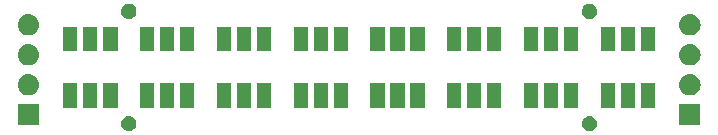
<source format=gts>
G04 #@! TF.GenerationSoftware,KiCad,Pcbnew,(5.1.4-0-10_14)*
G04 #@! TF.CreationDate,2019-08-25T21:06:09+02:00*
G04 #@! TF.ProjectId,Streifen,53747265-6966-4656-9e2e-6b696361645f,rev?*
G04 #@! TF.SameCoordinates,Original*
G04 #@! TF.FileFunction,Soldermask,Top*
G04 #@! TF.FilePolarity,Negative*
%FSLAX46Y46*%
G04 Gerber Fmt 4.6, Leading zero omitted, Abs format (unit mm)*
G04 Created by KiCad (PCBNEW (5.1.4-0-10_14)) date 2019-08-25 21:06:09*
%MOMM*%
%LPD*%
G04 APERTURE LIST*
%ADD10C,0.100000*%
G04 APERTURE END LIST*
D10*
G36*
X169689890Y-104124017D02*
G01*
X169808364Y-104173091D01*
X169914988Y-104244335D01*
X170005665Y-104335012D01*
X170076909Y-104441636D01*
X170125983Y-104560110D01*
X170151000Y-104685882D01*
X170151000Y-104814118D01*
X170125983Y-104939890D01*
X170076909Y-105058364D01*
X170005665Y-105164988D01*
X169914988Y-105255665D01*
X169808364Y-105326909D01*
X169808363Y-105326910D01*
X169808362Y-105326910D01*
X169689890Y-105375983D01*
X169564119Y-105401000D01*
X169435881Y-105401000D01*
X169310110Y-105375983D01*
X169191638Y-105326910D01*
X169191637Y-105326910D01*
X169191636Y-105326909D01*
X169085012Y-105255665D01*
X168994335Y-105164988D01*
X168923091Y-105058364D01*
X168874017Y-104939890D01*
X168849000Y-104814118D01*
X168849000Y-104685882D01*
X168874017Y-104560110D01*
X168923091Y-104441636D01*
X168994335Y-104335012D01*
X169085012Y-104244335D01*
X169191636Y-104173091D01*
X169310110Y-104124017D01*
X169435881Y-104099000D01*
X169564119Y-104099000D01*
X169689890Y-104124017D01*
X169689890Y-104124017D01*
G37*
G36*
X130689890Y-104124017D02*
G01*
X130808364Y-104173091D01*
X130914988Y-104244335D01*
X131005665Y-104335012D01*
X131076909Y-104441636D01*
X131125983Y-104560110D01*
X131151000Y-104685882D01*
X131151000Y-104814118D01*
X131125983Y-104939890D01*
X131076909Y-105058364D01*
X131005665Y-105164988D01*
X130914988Y-105255665D01*
X130808364Y-105326909D01*
X130808363Y-105326910D01*
X130808362Y-105326910D01*
X130689890Y-105375983D01*
X130564119Y-105401000D01*
X130435881Y-105401000D01*
X130310110Y-105375983D01*
X130191638Y-105326910D01*
X130191637Y-105326910D01*
X130191636Y-105326909D01*
X130085012Y-105255665D01*
X129994335Y-105164988D01*
X129923091Y-105058364D01*
X129874017Y-104939890D01*
X129849000Y-104814118D01*
X129849000Y-104685882D01*
X129874017Y-104560110D01*
X129923091Y-104441636D01*
X129994335Y-104335012D01*
X130085012Y-104244335D01*
X130191636Y-104173091D01*
X130310110Y-104124017D01*
X130435881Y-104099000D01*
X130564119Y-104099000D01*
X130689890Y-104124017D01*
X130689890Y-104124017D01*
G37*
G36*
X178901000Y-104901000D02*
G01*
X177099000Y-104901000D01*
X177099000Y-103099000D01*
X178901000Y-103099000D01*
X178901000Y-104901000D01*
X178901000Y-104901000D01*
G37*
G36*
X122901000Y-104901000D02*
G01*
X121099000Y-104901000D01*
X121099000Y-103099000D01*
X122901000Y-103099000D01*
X122901000Y-104901000D01*
X122901000Y-104901000D01*
G37*
G36*
X166851000Y-103451000D02*
G01*
X165649000Y-103451000D01*
X165649000Y-101349000D01*
X166851000Y-101349000D01*
X166851000Y-103451000D01*
X166851000Y-103451000D01*
G37*
G36*
X165151000Y-103451000D02*
G01*
X163949000Y-103451000D01*
X163949000Y-101349000D01*
X165151000Y-101349000D01*
X165151000Y-103451000D01*
X165151000Y-103451000D01*
G37*
G36*
X162051000Y-103451000D02*
G01*
X160849000Y-103451000D01*
X160849000Y-101349000D01*
X162051000Y-101349000D01*
X162051000Y-103451000D01*
X162051000Y-103451000D01*
G37*
G36*
X160351000Y-103451000D02*
G01*
X159149000Y-103451000D01*
X159149000Y-101349000D01*
X160351000Y-101349000D01*
X160351000Y-103451000D01*
X160351000Y-103451000D01*
G37*
G36*
X158651000Y-103451000D02*
G01*
X157449000Y-103451000D01*
X157449000Y-101349000D01*
X158651000Y-101349000D01*
X158651000Y-103451000D01*
X158651000Y-103451000D01*
G37*
G36*
X155551000Y-103451000D02*
G01*
X154349000Y-103451000D01*
X154349000Y-101349000D01*
X155551000Y-101349000D01*
X155551000Y-103451000D01*
X155551000Y-103451000D01*
G37*
G36*
X153851000Y-103451000D02*
G01*
X152649000Y-103451000D01*
X152649000Y-101349000D01*
X153851000Y-101349000D01*
X153851000Y-103451000D01*
X153851000Y-103451000D01*
G37*
G36*
X152151000Y-103451000D02*
G01*
X150949000Y-103451000D01*
X150949000Y-101349000D01*
X152151000Y-101349000D01*
X152151000Y-103451000D01*
X152151000Y-103451000D01*
G37*
G36*
X149051000Y-103451000D02*
G01*
X147849000Y-103451000D01*
X147849000Y-101349000D01*
X149051000Y-101349000D01*
X149051000Y-103451000D01*
X149051000Y-103451000D01*
G37*
G36*
X147351000Y-103451000D02*
G01*
X146149000Y-103451000D01*
X146149000Y-101349000D01*
X147351000Y-101349000D01*
X147351000Y-103451000D01*
X147351000Y-103451000D01*
G37*
G36*
X145651000Y-103451000D02*
G01*
X144449000Y-103451000D01*
X144449000Y-101349000D01*
X145651000Y-101349000D01*
X145651000Y-103451000D01*
X145651000Y-103451000D01*
G37*
G36*
X142551000Y-103451000D02*
G01*
X141349000Y-103451000D01*
X141349000Y-101349000D01*
X142551000Y-101349000D01*
X142551000Y-103451000D01*
X142551000Y-103451000D01*
G37*
G36*
X140851000Y-103451000D02*
G01*
X139649000Y-103451000D01*
X139649000Y-101349000D01*
X140851000Y-101349000D01*
X140851000Y-103451000D01*
X140851000Y-103451000D01*
G37*
G36*
X139151000Y-103451000D02*
G01*
X137949000Y-103451000D01*
X137949000Y-101349000D01*
X139151000Y-101349000D01*
X139151000Y-103451000D01*
X139151000Y-103451000D01*
G37*
G36*
X136051000Y-103451000D02*
G01*
X134849000Y-103451000D01*
X134849000Y-101349000D01*
X136051000Y-101349000D01*
X136051000Y-103451000D01*
X136051000Y-103451000D01*
G37*
G36*
X134351000Y-103451000D02*
G01*
X133149000Y-103451000D01*
X133149000Y-101349000D01*
X134351000Y-101349000D01*
X134351000Y-103451000D01*
X134351000Y-103451000D01*
G37*
G36*
X132651000Y-103451000D02*
G01*
X131449000Y-103451000D01*
X131449000Y-101349000D01*
X132651000Y-101349000D01*
X132651000Y-103451000D01*
X132651000Y-103451000D01*
G37*
G36*
X129551000Y-103451000D02*
G01*
X128349000Y-103451000D01*
X128349000Y-101349000D01*
X129551000Y-101349000D01*
X129551000Y-103451000D01*
X129551000Y-103451000D01*
G37*
G36*
X127851000Y-103451000D02*
G01*
X126649000Y-103451000D01*
X126649000Y-101349000D01*
X127851000Y-101349000D01*
X127851000Y-103451000D01*
X127851000Y-103451000D01*
G37*
G36*
X126151000Y-103451000D02*
G01*
X124949000Y-103451000D01*
X124949000Y-101349000D01*
X126151000Y-101349000D01*
X126151000Y-103451000D01*
X126151000Y-103451000D01*
G37*
G36*
X173351000Y-103451000D02*
G01*
X172149000Y-103451000D01*
X172149000Y-101349000D01*
X173351000Y-101349000D01*
X173351000Y-103451000D01*
X173351000Y-103451000D01*
G37*
G36*
X171651000Y-103451000D02*
G01*
X170449000Y-103451000D01*
X170449000Y-101349000D01*
X171651000Y-101349000D01*
X171651000Y-103451000D01*
X171651000Y-103451000D01*
G37*
G36*
X175051000Y-103451000D02*
G01*
X173849000Y-103451000D01*
X173849000Y-101349000D01*
X175051000Y-101349000D01*
X175051000Y-103451000D01*
X175051000Y-103451000D01*
G37*
G36*
X168551000Y-103451000D02*
G01*
X167349000Y-103451000D01*
X167349000Y-101349000D01*
X168551000Y-101349000D01*
X168551000Y-103451000D01*
X168551000Y-103451000D01*
G37*
G36*
X178110443Y-100565519D02*
G01*
X178176627Y-100572037D01*
X178346466Y-100623557D01*
X178502991Y-100707222D01*
X178538729Y-100736552D01*
X178640186Y-100819814D01*
X178723448Y-100921271D01*
X178752778Y-100957009D01*
X178836443Y-101113534D01*
X178887963Y-101283373D01*
X178905359Y-101460000D01*
X178887963Y-101636627D01*
X178836443Y-101806466D01*
X178752778Y-101962991D01*
X178723448Y-101998729D01*
X178640186Y-102100186D01*
X178538729Y-102183448D01*
X178502991Y-102212778D01*
X178346466Y-102296443D01*
X178176627Y-102347963D01*
X178110442Y-102354482D01*
X178044260Y-102361000D01*
X177955740Y-102361000D01*
X177889557Y-102354481D01*
X177823373Y-102347963D01*
X177653534Y-102296443D01*
X177497009Y-102212778D01*
X177461271Y-102183448D01*
X177359814Y-102100186D01*
X177276552Y-101998729D01*
X177247222Y-101962991D01*
X177163557Y-101806466D01*
X177112037Y-101636627D01*
X177094641Y-101460000D01*
X177112037Y-101283373D01*
X177163557Y-101113534D01*
X177247222Y-100957009D01*
X177276552Y-100921271D01*
X177359814Y-100819814D01*
X177461271Y-100736552D01*
X177497009Y-100707222D01*
X177653534Y-100623557D01*
X177823373Y-100572037D01*
X177889557Y-100565519D01*
X177955740Y-100559000D01*
X178044260Y-100559000D01*
X178110443Y-100565519D01*
X178110443Y-100565519D01*
G37*
G36*
X122110443Y-100565519D02*
G01*
X122176627Y-100572037D01*
X122346466Y-100623557D01*
X122502991Y-100707222D01*
X122538729Y-100736552D01*
X122640186Y-100819814D01*
X122723448Y-100921271D01*
X122752778Y-100957009D01*
X122836443Y-101113534D01*
X122887963Y-101283373D01*
X122905359Y-101460000D01*
X122887963Y-101636627D01*
X122836443Y-101806466D01*
X122752778Y-101962991D01*
X122723448Y-101998729D01*
X122640186Y-102100186D01*
X122538729Y-102183448D01*
X122502991Y-102212778D01*
X122346466Y-102296443D01*
X122176627Y-102347963D01*
X122110442Y-102354482D01*
X122044260Y-102361000D01*
X121955740Y-102361000D01*
X121889557Y-102354481D01*
X121823373Y-102347963D01*
X121653534Y-102296443D01*
X121497009Y-102212778D01*
X121461271Y-102183448D01*
X121359814Y-102100186D01*
X121276552Y-101998729D01*
X121247222Y-101962991D01*
X121163557Y-101806466D01*
X121112037Y-101636627D01*
X121094641Y-101460000D01*
X121112037Y-101283373D01*
X121163557Y-101113534D01*
X121247222Y-100957009D01*
X121276552Y-100921271D01*
X121359814Y-100819814D01*
X121461271Y-100736552D01*
X121497009Y-100707222D01*
X121653534Y-100623557D01*
X121823373Y-100572037D01*
X121889557Y-100565519D01*
X121955740Y-100559000D01*
X122044260Y-100559000D01*
X122110443Y-100565519D01*
X122110443Y-100565519D01*
G37*
G36*
X178110443Y-98025519D02*
G01*
X178176627Y-98032037D01*
X178346466Y-98083557D01*
X178502991Y-98167222D01*
X178538729Y-98196552D01*
X178640186Y-98279814D01*
X178723448Y-98381271D01*
X178752778Y-98417009D01*
X178836443Y-98573534D01*
X178887963Y-98743373D01*
X178905359Y-98920000D01*
X178887963Y-99096627D01*
X178836443Y-99266466D01*
X178752778Y-99422991D01*
X178723448Y-99458729D01*
X178640186Y-99560186D01*
X178538729Y-99643448D01*
X178502991Y-99672778D01*
X178346466Y-99756443D01*
X178176627Y-99807963D01*
X178110442Y-99814482D01*
X178044260Y-99821000D01*
X177955740Y-99821000D01*
X177889558Y-99814482D01*
X177823373Y-99807963D01*
X177653534Y-99756443D01*
X177497009Y-99672778D01*
X177461271Y-99643448D01*
X177359814Y-99560186D01*
X177276552Y-99458729D01*
X177247222Y-99422991D01*
X177163557Y-99266466D01*
X177112037Y-99096627D01*
X177094641Y-98920000D01*
X177112037Y-98743373D01*
X177163557Y-98573534D01*
X177247222Y-98417009D01*
X177276552Y-98381271D01*
X177359814Y-98279814D01*
X177461271Y-98196552D01*
X177497009Y-98167222D01*
X177653534Y-98083557D01*
X177823373Y-98032037D01*
X177889557Y-98025519D01*
X177955740Y-98019000D01*
X178044260Y-98019000D01*
X178110443Y-98025519D01*
X178110443Y-98025519D01*
G37*
G36*
X122110443Y-98025519D02*
G01*
X122176627Y-98032037D01*
X122346466Y-98083557D01*
X122502991Y-98167222D01*
X122538729Y-98196552D01*
X122640186Y-98279814D01*
X122723448Y-98381271D01*
X122752778Y-98417009D01*
X122836443Y-98573534D01*
X122887963Y-98743373D01*
X122905359Y-98920000D01*
X122887963Y-99096627D01*
X122836443Y-99266466D01*
X122752778Y-99422991D01*
X122723448Y-99458729D01*
X122640186Y-99560186D01*
X122538729Y-99643448D01*
X122502991Y-99672778D01*
X122346466Y-99756443D01*
X122176627Y-99807963D01*
X122110442Y-99814482D01*
X122044260Y-99821000D01*
X121955740Y-99821000D01*
X121889558Y-99814482D01*
X121823373Y-99807963D01*
X121653534Y-99756443D01*
X121497009Y-99672778D01*
X121461271Y-99643448D01*
X121359814Y-99560186D01*
X121276552Y-99458729D01*
X121247222Y-99422991D01*
X121163557Y-99266466D01*
X121112037Y-99096627D01*
X121094641Y-98920000D01*
X121112037Y-98743373D01*
X121163557Y-98573534D01*
X121247222Y-98417009D01*
X121276552Y-98381271D01*
X121359814Y-98279814D01*
X121461271Y-98196552D01*
X121497009Y-98167222D01*
X121653534Y-98083557D01*
X121823373Y-98032037D01*
X121889557Y-98025519D01*
X121955740Y-98019000D01*
X122044260Y-98019000D01*
X122110443Y-98025519D01*
X122110443Y-98025519D01*
G37*
G36*
X129551000Y-98651000D02*
G01*
X128349000Y-98651000D01*
X128349000Y-96549000D01*
X129551000Y-96549000D01*
X129551000Y-98651000D01*
X129551000Y-98651000D01*
G37*
G36*
X132651000Y-98651000D02*
G01*
X131449000Y-98651000D01*
X131449000Y-96549000D01*
X132651000Y-96549000D01*
X132651000Y-98651000D01*
X132651000Y-98651000D01*
G37*
G36*
X134351000Y-98651000D02*
G01*
X133149000Y-98651000D01*
X133149000Y-96549000D01*
X134351000Y-96549000D01*
X134351000Y-98651000D01*
X134351000Y-98651000D01*
G37*
G36*
X126151000Y-98651000D02*
G01*
X124949000Y-98651000D01*
X124949000Y-96549000D01*
X126151000Y-96549000D01*
X126151000Y-98651000D01*
X126151000Y-98651000D01*
G37*
G36*
X127851000Y-98651000D02*
G01*
X126649000Y-98651000D01*
X126649000Y-96549000D01*
X127851000Y-96549000D01*
X127851000Y-98651000D01*
X127851000Y-98651000D01*
G37*
G36*
X136051000Y-98651000D02*
G01*
X134849000Y-98651000D01*
X134849000Y-96549000D01*
X136051000Y-96549000D01*
X136051000Y-98651000D01*
X136051000Y-98651000D01*
G37*
G36*
X139151000Y-98651000D02*
G01*
X137949000Y-98651000D01*
X137949000Y-96549000D01*
X139151000Y-96549000D01*
X139151000Y-98651000D01*
X139151000Y-98651000D01*
G37*
G36*
X140851000Y-98651000D02*
G01*
X139649000Y-98651000D01*
X139649000Y-96549000D01*
X140851000Y-96549000D01*
X140851000Y-98651000D01*
X140851000Y-98651000D01*
G37*
G36*
X142551000Y-98651000D02*
G01*
X141349000Y-98651000D01*
X141349000Y-96549000D01*
X142551000Y-96549000D01*
X142551000Y-98651000D01*
X142551000Y-98651000D01*
G37*
G36*
X145651000Y-98651000D02*
G01*
X144449000Y-98651000D01*
X144449000Y-96549000D01*
X145651000Y-96549000D01*
X145651000Y-98651000D01*
X145651000Y-98651000D01*
G37*
G36*
X147351000Y-98651000D02*
G01*
X146149000Y-98651000D01*
X146149000Y-96549000D01*
X147351000Y-96549000D01*
X147351000Y-98651000D01*
X147351000Y-98651000D01*
G37*
G36*
X149051000Y-98651000D02*
G01*
X147849000Y-98651000D01*
X147849000Y-96549000D01*
X149051000Y-96549000D01*
X149051000Y-98651000D01*
X149051000Y-98651000D01*
G37*
G36*
X155551000Y-98651000D02*
G01*
X154349000Y-98651000D01*
X154349000Y-96549000D01*
X155551000Y-96549000D01*
X155551000Y-98651000D01*
X155551000Y-98651000D01*
G37*
G36*
X152151000Y-98651000D02*
G01*
X150949000Y-98651000D01*
X150949000Y-96549000D01*
X152151000Y-96549000D01*
X152151000Y-98651000D01*
X152151000Y-98651000D01*
G37*
G36*
X153851000Y-98651000D02*
G01*
X152649000Y-98651000D01*
X152649000Y-96549000D01*
X153851000Y-96549000D01*
X153851000Y-98651000D01*
X153851000Y-98651000D01*
G37*
G36*
X158651000Y-98651000D02*
G01*
X157449000Y-98651000D01*
X157449000Y-96549000D01*
X158651000Y-96549000D01*
X158651000Y-98651000D01*
X158651000Y-98651000D01*
G37*
G36*
X160351000Y-98651000D02*
G01*
X159149000Y-98651000D01*
X159149000Y-96549000D01*
X160351000Y-96549000D01*
X160351000Y-98651000D01*
X160351000Y-98651000D01*
G37*
G36*
X162051000Y-98651000D02*
G01*
X160849000Y-98651000D01*
X160849000Y-96549000D01*
X162051000Y-96549000D01*
X162051000Y-98651000D01*
X162051000Y-98651000D01*
G37*
G36*
X165151000Y-98651000D02*
G01*
X163949000Y-98651000D01*
X163949000Y-96549000D01*
X165151000Y-96549000D01*
X165151000Y-98651000D01*
X165151000Y-98651000D01*
G37*
G36*
X166851000Y-98651000D02*
G01*
X165649000Y-98651000D01*
X165649000Y-96549000D01*
X166851000Y-96549000D01*
X166851000Y-98651000D01*
X166851000Y-98651000D01*
G37*
G36*
X168551000Y-98651000D02*
G01*
X167349000Y-98651000D01*
X167349000Y-96549000D01*
X168551000Y-96549000D01*
X168551000Y-98651000D01*
X168551000Y-98651000D01*
G37*
G36*
X171651000Y-98651000D02*
G01*
X170449000Y-98651000D01*
X170449000Y-96549000D01*
X171651000Y-96549000D01*
X171651000Y-98651000D01*
X171651000Y-98651000D01*
G37*
G36*
X173351000Y-98651000D02*
G01*
X172149000Y-98651000D01*
X172149000Y-96549000D01*
X173351000Y-96549000D01*
X173351000Y-98651000D01*
X173351000Y-98651000D01*
G37*
G36*
X175051000Y-98651000D02*
G01*
X173849000Y-98651000D01*
X173849000Y-96549000D01*
X175051000Y-96549000D01*
X175051000Y-98651000D01*
X175051000Y-98651000D01*
G37*
G36*
X122110443Y-95485519D02*
G01*
X122176627Y-95492037D01*
X122346466Y-95543557D01*
X122502991Y-95627222D01*
X122538729Y-95656552D01*
X122640186Y-95739814D01*
X122711662Y-95826909D01*
X122752778Y-95877009D01*
X122836443Y-96033534D01*
X122887963Y-96203373D01*
X122905359Y-96380000D01*
X122887963Y-96556627D01*
X122836443Y-96726466D01*
X122752778Y-96882991D01*
X122723448Y-96918729D01*
X122640186Y-97020186D01*
X122538729Y-97103448D01*
X122502991Y-97132778D01*
X122346466Y-97216443D01*
X122176627Y-97267963D01*
X122110443Y-97274481D01*
X122044260Y-97281000D01*
X121955740Y-97281000D01*
X121889557Y-97274481D01*
X121823373Y-97267963D01*
X121653534Y-97216443D01*
X121497009Y-97132778D01*
X121461271Y-97103448D01*
X121359814Y-97020186D01*
X121276552Y-96918729D01*
X121247222Y-96882991D01*
X121163557Y-96726466D01*
X121112037Y-96556627D01*
X121094641Y-96380000D01*
X121112037Y-96203373D01*
X121163557Y-96033534D01*
X121247222Y-95877009D01*
X121288338Y-95826909D01*
X121359814Y-95739814D01*
X121461271Y-95656552D01*
X121497009Y-95627222D01*
X121653534Y-95543557D01*
X121823373Y-95492037D01*
X121889557Y-95485519D01*
X121955740Y-95479000D01*
X122044260Y-95479000D01*
X122110443Y-95485519D01*
X122110443Y-95485519D01*
G37*
G36*
X178110443Y-95485519D02*
G01*
X178176627Y-95492037D01*
X178346466Y-95543557D01*
X178502991Y-95627222D01*
X178538729Y-95656552D01*
X178640186Y-95739814D01*
X178711662Y-95826909D01*
X178752778Y-95877009D01*
X178836443Y-96033534D01*
X178887963Y-96203373D01*
X178905359Y-96380000D01*
X178887963Y-96556627D01*
X178836443Y-96726466D01*
X178752778Y-96882991D01*
X178723448Y-96918729D01*
X178640186Y-97020186D01*
X178538729Y-97103448D01*
X178502991Y-97132778D01*
X178346466Y-97216443D01*
X178176627Y-97267963D01*
X178110443Y-97274481D01*
X178044260Y-97281000D01*
X177955740Y-97281000D01*
X177889557Y-97274481D01*
X177823373Y-97267963D01*
X177653534Y-97216443D01*
X177497009Y-97132778D01*
X177461271Y-97103448D01*
X177359814Y-97020186D01*
X177276552Y-96918729D01*
X177247222Y-96882991D01*
X177163557Y-96726466D01*
X177112037Y-96556627D01*
X177094641Y-96380000D01*
X177112037Y-96203373D01*
X177163557Y-96033534D01*
X177247222Y-95877009D01*
X177288338Y-95826909D01*
X177359814Y-95739814D01*
X177461271Y-95656552D01*
X177497009Y-95627222D01*
X177653534Y-95543557D01*
X177823373Y-95492037D01*
X177889557Y-95485519D01*
X177955740Y-95479000D01*
X178044260Y-95479000D01*
X178110443Y-95485519D01*
X178110443Y-95485519D01*
G37*
G36*
X130689890Y-94624017D02*
G01*
X130808364Y-94673091D01*
X130914988Y-94744335D01*
X131005665Y-94835012D01*
X131076909Y-94941636D01*
X131125983Y-95060110D01*
X131151000Y-95185882D01*
X131151000Y-95314118D01*
X131125983Y-95439890D01*
X131076909Y-95558364D01*
X131005665Y-95664988D01*
X130914988Y-95755665D01*
X130808364Y-95826909D01*
X130808363Y-95826910D01*
X130808362Y-95826910D01*
X130689890Y-95875983D01*
X130564119Y-95901000D01*
X130435881Y-95901000D01*
X130310110Y-95875983D01*
X130191638Y-95826910D01*
X130191637Y-95826910D01*
X130191636Y-95826909D01*
X130085012Y-95755665D01*
X129994335Y-95664988D01*
X129923091Y-95558364D01*
X129874017Y-95439890D01*
X129849000Y-95314118D01*
X129849000Y-95185882D01*
X129874017Y-95060110D01*
X129923091Y-94941636D01*
X129994335Y-94835012D01*
X130085012Y-94744335D01*
X130191636Y-94673091D01*
X130310110Y-94624017D01*
X130435881Y-94599000D01*
X130564119Y-94599000D01*
X130689890Y-94624017D01*
X130689890Y-94624017D01*
G37*
G36*
X169689890Y-94624017D02*
G01*
X169808364Y-94673091D01*
X169914988Y-94744335D01*
X170005665Y-94835012D01*
X170076909Y-94941636D01*
X170125983Y-95060110D01*
X170151000Y-95185882D01*
X170151000Y-95314118D01*
X170125983Y-95439890D01*
X170076909Y-95558364D01*
X170005665Y-95664988D01*
X169914988Y-95755665D01*
X169808364Y-95826909D01*
X169808363Y-95826910D01*
X169808362Y-95826910D01*
X169689890Y-95875983D01*
X169564119Y-95901000D01*
X169435881Y-95901000D01*
X169310110Y-95875983D01*
X169191638Y-95826910D01*
X169191637Y-95826910D01*
X169191636Y-95826909D01*
X169085012Y-95755665D01*
X168994335Y-95664988D01*
X168923091Y-95558364D01*
X168874017Y-95439890D01*
X168849000Y-95314118D01*
X168849000Y-95185882D01*
X168874017Y-95060110D01*
X168923091Y-94941636D01*
X168994335Y-94835012D01*
X169085012Y-94744335D01*
X169191636Y-94673091D01*
X169310110Y-94624017D01*
X169435881Y-94599000D01*
X169564119Y-94599000D01*
X169689890Y-94624017D01*
X169689890Y-94624017D01*
G37*
M02*

</source>
